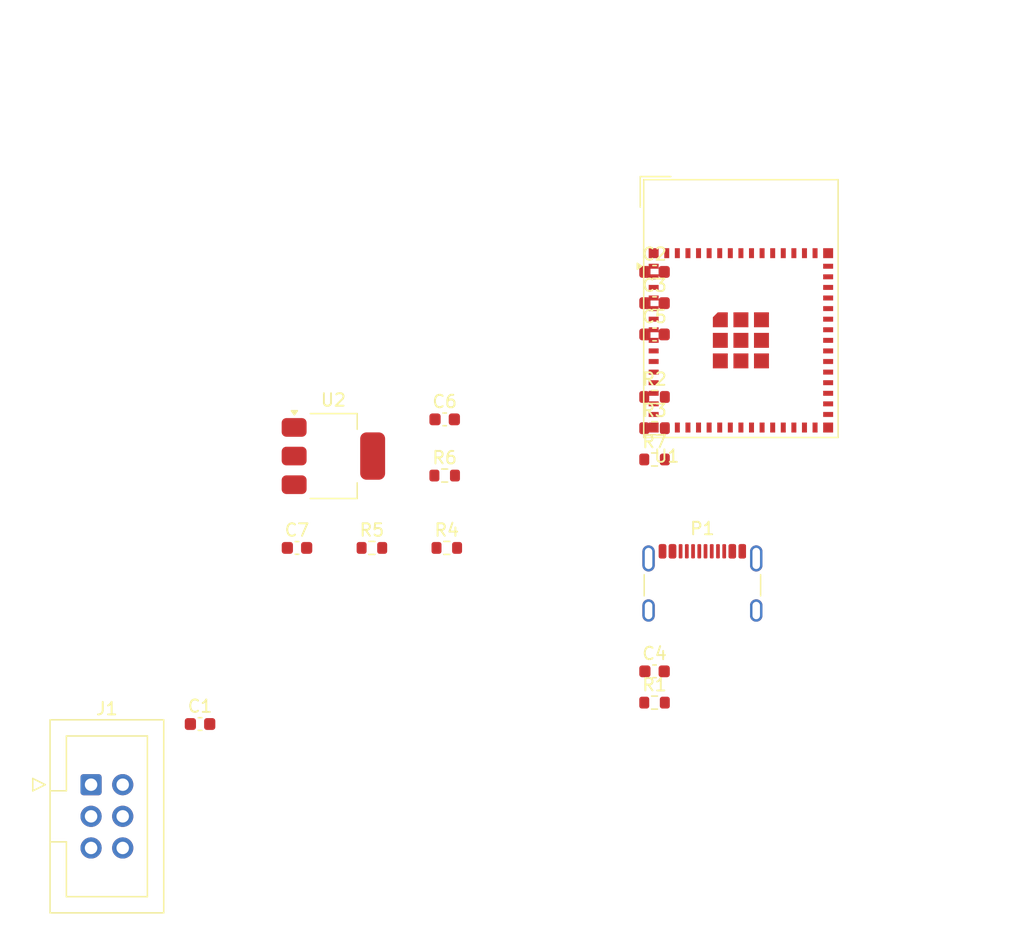
<source format=kicad_pcb>
(kicad_pcb (version 20240108) (generator "pcbnew") (generator_version "8.0")
  (layers (0 "F.Cu" signal) (31 "B.Cu" signal) (34 "B.Paste" user) (35 "F.Paste" user) (36 "B.SilkS" user "B.Silkscreen") (37 "F.SilkS" user "F.Silkscreen") (38 "B.Mask" user) (39 "F.Mask" user) (44 "Edge.Cuts" user))
  (net 0 "")
  (net 1 "GND")
  (net 2 "+3V3")
  (net 3 "+5V")
  (net 4 "Net-(P1-CC)")
  (net 5 "esp32s3mini1/HW_VER")
  (net 6 "5v_monitor")
  (net 7 "3v3_monitor")
  (net 8 "esp32s3mini1/IO0")
  (net 9 "esp32s3mini1/EN")
  (net 10 "esp32s3mini1/RX")
  (net 11 "D+")
  (net 12 "esp32s3mini1/TX")
  (net 13 "D-")
  (footprint "Resistor_SMD:R_0603_1608Metric" (layer "F.Cu") (at 152.785 78.05)
    (property "Reference" "R5" (at 0 -1.43 0) (layer "F.SilkS"))
    (property "Value" "1k")
    (fp_line (start -0.237258 -0.5225) (end 0.237258 -0.5225) (stroke (width 0.12)) (layer "F.SilkS"))
    (fp_line (start -0.237258 0.5225) (end 0.237258 0.5225) (stroke (width 0.12)) (layer "F.SilkS"))
    (pad "1" smd roundrect (at -0.825 0) (size 0.8 0.95) (layers "F.Cu" "F.Paste" "F.Mask") (net 6 "5v_monitor"))
    (pad "2" smd roundrect (at 0.825 0) (size 0.8 0.95) (layers "F.Cu" "F.Paste" "F.Mask") (net 1 "GND"))
  )
  (footprint "Capacitor_SMD:C_0603_1608Metric" (layer "F.Cu") (at 175.465 60.91)
    (property "Reference" "C5" (at 0 -1.43 0) (layer "F.SilkS"))
    (property "Value" "100nF")
    (fp_line (start -0.14058 -0.51) (end 0.14058 -0.51) (stroke (width 0.12)) (layer "F.SilkS"))
    (fp_line (start -0.14058 0.51) (end 0.14058 0.51) (stroke (width 0.12)) (layer "F.SilkS"))
    (pad "1" smd roundrect (at -0.775 0) (size 0.9 0.95) (layers "F.Cu" "F.Paste" "F.Mask") (net 7 "3v3_monitor"))
    (pad "2" smd roundrect (at 0.775 0) (size 0.9 0.95) (layers "F.Cu" "F.Paste" "F.Mask") (net 1 "GND"))
  )
  (footprint "Capacitor_SMD:C_0603_1608Metric" (layer "F.Cu") (at 158.625 67.73)
    (property "Reference" "C6" (at 0 -1.43 0) (layer "F.SilkS"))
    (property "Value" "100nF")
    (fp_line (start -0.14058 -0.51) (end 0.14058 -0.51) (stroke (width 0.12)) (layer "F.SilkS"))
    (fp_line (start -0.14058 0.51) (end 0.14058 0.51) (stroke (width 0.12)) (layer "F.SilkS"))
    (pad "1" smd roundrect (at -0.775 0) (size 0.9 0.95) (layers "F.Cu" "F.Paste" "F.Mask") (net 6 "5v_monitor"))
    (pad "2" smd roundrect (at 0.775 0) (size 0.9 0.95) (layers "F.Cu" "F.Paste" "F.Mask") (net 1 "GND"))
  )
  (footprint "Capacitor_SMD:C_0603_1608Metric" (layer "F.Cu") (at 175.465 87.96)
    (property "Reference" "C4" (at 0 -1.43 0) (layer "F.SilkS"))
    (property "Value" "10uF")
    (fp_line (start -0.14058 -0.51) (end 0.14058 -0.51) (stroke (width 0.12)) (layer "F.SilkS"))
    (fp_line (start -0.14058 0.51) (end 0.14058 0.51) (stroke (width 0.12)) (layer "F.SilkS"))
    (pad "1" smd roundrect (at -0.775 0) (size 0.9 0.95) (layers "F.Cu" "F.Paste" "F.Mask") (net 3 "+5V"))
    (pad "2" smd roundrect (at 0.775 0) (size 0.9 0.95) (layers "F.Cu" "F.Paste" "F.Mask") (net 1 "GND"))
  )
  (footprint "Connector_IDC:IDC-Header_2x03_P2.54mm_Vertical" (layer "F.Cu") (at 130.25 97.06)
    (property "Reference" "J1" (at 1.27 -6.1 0) (layer "F.SilkS"))
    (property "Value" "Conn_02x03_Odd_Even")
    (fp_line (start -4.68 -0.5) (end -4.68 0.5) (stroke (width 0.12)) (layer "F.SilkS"))
    (fp_line (start -4.68 0.5) (end -3.68 0) (stroke (width 0.12)) (layer "F.SilkS"))
    (fp_line (start -3.68 0) (end -4.68 -0.5) (stroke (width 0.12)) (layer "F.SilkS"))
    (fp_line (start -3.29 -5.21) (end 5.83 -5.21) (stroke (width 0.12)) (layer "F.SilkS"))
    (fp_line (start -3.29 0.49) (end -1.98 0.49) (stroke (width 0.12)) (layer "F.SilkS"))
    (fp_line (start -3.29 10.29) (end -3.29 -5.21) (stroke (width 0.12)) (layer "F.SilkS"))
    (fp_line (start -1.98 -3.91) (end 4.52 -3.91) (stroke (width 0.12)) (layer "F.SilkS"))
    (fp_line (start -1.98 0.49) (end -1.98 -3.91) (stroke (width 0.12)) (layer "F.SilkS"))
    (fp_line (start -1.98 4.59) (end -3.29 4.59) (stroke (width 0.12)) (layer "F.SilkS"))
    (fp_line (start -1.98 4.59) (end -1.98 4.59) (stroke (width 0.12)) (layer "F.SilkS"))
    (fp_line (start -1.98 8.99) (end -1.98 4.59) (stroke (width 0.12)) (layer "F.SilkS"))
    (fp_line (start 4.52 -3.91) (end 4.52 8.99) (stroke (width 0.12)) (layer "F.SilkS"))
    (fp_line (start 4.52 8.99) (end -1.98 8.99) (stroke (width 0.12)) (layer "F.SilkS"))
    (fp_line (start 5.83 -5.21) (end 5.83 10.29) (stroke (width 0.12)) (layer "F.SilkS"))
    (fp_line (start 5.83 10.29) (end -3.29 10.29) (stroke (width 0.12)) (layer "F.SilkS"))
    (pad "1" thru_hole roundrect (at 0 0) (size 1.7 1.7) (drill 1) (layers "*.Cu" "*.Mask") (roundrect_rratio 0.147059) (net 9 "esp32s3mini1/EN"))
    (pad "2" thru_hole circle (at 2.54 0) (size 1.7 1.7) (drill 1) (layers "*.Cu" "*.Mask") (net 2 "+3V3"))
    (pad "3" thru_hole circle (at 0 2.54) (size 1.7 1.7) (drill 1) (layers "*.Cu" "*.Mask") (net 12 "esp32s3mini1/TX"))
    (pad "4" thru_hole circle (at 2.54 2.54) (size 1.7 1.7) (drill 1) (layers "*.Cu" "*.Mask") (net 1 "GND"))
    (pad "5" thru_hole circle (at 0 5.08) (size 1.7 1.7) (drill 1) (layers "*.Cu" "*.Mask") (net 10 "esp32s3mini1/RX"))
    (pad "6" thru_hole circle (at 2.54 5.08) (size 1.7 1.7) (drill 1) (layers "*.Cu" "*.Mask") (net 8 "esp32s3mini1/IO0"))
  )
  (footprint "Connector_USB:USB_C_Receptacle_GCT_USB4105-xx-A_16P_TopMnt_Horizontal" (layer "F.Cu") (at 179.305 82)
    (property "Reference" "P1" (at 0 -5.5 0) (layer "F.SilkS"))
    (property "Value" "USB_C_Plug_USB2.0")
    (fp_line (start -4.67 -0.1) (end -4.67 -1.8) (stroke (width 0.12)) (layer "F.SilkS"))
    (fp_line (start 4.67 -0.1) (end 4.67 -1.8) (stroke (width 0.12)) (layer "F.SilkS"))
    (pad "" np_thru_hole circle (at -2.89 -2.605) (size 0.65 0.65) (drill 0.65) (layers "F&B.Cu" "*.Mask"))
    (pad "" np_thru_hole circle (at 2.89 -2.605) (size 0.65 0.65) (drill 0.65) (layers "F&B.Cu" "*.Mask"))
    (pad "A1" smd roundrect (at -3.2 -3.68) (size 0.6 1.15) (layers "F.Cu" "F.Paste" "F.Mask") (net 1 "GND"))
    (pad "A4" smd roundrect (at -2.4 -3.68) (size 0.6 1.15) (layers "F.Cu" "F.Paste" "F.Mask") (net 3 "+5V"))
    (pad "A5" smd roundrect (at -1.25 -3.68) (size 0.3 1.15) (layers "F.Cu" "F.Paste" "F.Mask") (net 4 "Net-(P1-CC)"))
    (pad "A6" smd roundrect (at -0.25 -3.68) (size 0.3 1.15) (layers "F.Cu" "F.Paste" "F.Mask") (net 11 "D+"))
    (pad "A7" smd roundrect (at 0.25 -3.68) (size 0.3 1.15) (layers "F.Cu" "F.Paste" "F.Mask") (net 13 "D-"))
    (pad "A8" smd roundrect (at 1.25 -3.68) (size 0.3 1.15) (layers "F.Cu" "F.Paste" "F.Mask"))
    (pad "A9" smd roundrect (at 2.4 -3.68) (size 0.6 1.15) (layers "F.Cu" "F.Paste" "F.Mask") (net 3 "+5V"))
    (pad "A12" smd roundrect (at 3.2 -3.68) (size 0.6 1.15) (layers "F.Cu" "F.Paste" "F.Mask") (net 1 "GND"))
    (pad "B1" smd roundrect (at 3.2 -3.68) (size 0.6 1.15) (layers "F.Cu" "F.Paste" "F.Mask") (net 1 "GND"))
    (pad "B4" smd roundrect (at 2.4 -3.68) (size 0.6 1.15) (layers "F.Cu" "F.Paste" "F.Mask") (net 3 "+5V"))
    (pad "B5" smd roundrect (at 1.75 -3.68) (size 0.3 1.15) (layers "F.Cu" "F.Paste" "F.Mask"))
    (pad "B6" smd roundrect (at 0.75 -3.68) (size 0.3 1.15) (layers "F.Cu" "F.Paste" "F.Mask"))
    (pad "B7" smd roundrect (at -0.75 -3.68) (size 0.3 1.15) (layers "F.Cu" "F.Paste" "F.Mask"))
    (pad "B8" smd roundrect (at -1.75 -3.68) (size 0.3 1.15) (layers "F.Cu" "F.Paste" "F.Mask"))
    (pad "B9" smd roundrect (at -2.4 -3.68) (size 0.6 1.15) (layers "F.Cu" "F.Paste" "F.Mask") (net 3 "+5V"))
    (pad "B12" smd roundrect (at -3.2 -3.68) (size 0.6 1.15) (layers "F.Cu" "F.Paste" "F.Mask") (net 1 "GND"))
    (pad "S1" thru_hole oval (at -4.32 -3.105) (size 1 2.1) (drill oval 0.6 1.7) (layers "*.Cu" "*.Mask" "F.Paste") (net 1 "GND"))
    (pad "S1" thru_hole oval (at -4.32 1.075) (size 1 1.8) (drill oval 0.6 1.4) (layers "*.Cu" "*.Mask" "F.Paste") (net 1 "GND"))
    (pad "S1" thru_hole oval (at 4.32 -3.105) (size 1 2.1) (drill oval 0.6 1.7) (layers "*.Cu" "*.Mask" "F.Paste") (net 1 "GND"))
    (pad "S1" thru_hole oval (at 4.32 1.075) (size 1 1.8) (drill oval 0.6 1.4) (layers "*.Cu" "*.Mask" "F.Paste") (net 1 "GND"))
  )
  (footprint "Resistor_SMD:R_0603_1608Metric" (layer "F.Cu") (at 175.465 68.44)
    (property "Reference" "R3" (at 0 -1.43 0) (layer "F.SilkS"))
    (property "Value" "2k")
    (fp_line (start -0.237258 -0.5225) (end 0.237258 -0.5225) (stroke (width 0.12)) (layer "F.SilkS"))
    (fp_line (start -0.237258 0.5225) (end 0.237258 0.5225) (stroke (width 0.12)) (layer "F.SilkS"))
    (pad "1" smd roundrect (at -0.825 0) (size 0.8 0.95) (layers "F.Cu" "F.Paste" "F.Mask") (net 3 "+5V"))
    (pad "2" smd roundrect (at 0.825 0) (size 0.8 0.95) (layers "F.Cu" "F.Paste" "F.Mask") (net 6 "5v_monitor"))
  )
  (footprint "Resistor_SMD:R_0603_1608Metric" (layer "F.Cu") (at 158.795 78.05)
    (property "Reference" "R4" (at 0 -1.43 0) (layer "F.SilkS"))
    (property "Value" "1k")
    (fp_line (start -0.237258 -0.5225) (end 0.237258 -0.5225) (stroke (width 0.12)) (layer "F.SilkS"))
    (fp_line (start -0.237258 0.5225) (end 0.237258 0.5225) (stroke (width 0.12)) (layer "F.SilkS"))
    (pad "1" smd roundrect (at -0.825 0) (size 0.8 0.95) (layers "F.Cu" "F.Paste" "F.Mask") (net 7 "3v3_monitor"))
    (pad "2" smd roundrect (at 0.825 0) (size 0.8 0.95) (layers "F.Cu" "F.Paste" "F.Mask") (net 1 "GND"))
  )
  (footprint "Resistor_SMD:R_0603_1608Metric" (layer "F.Cu") (at 175.465 70.95)
    (property "Reference" "R7" (at 0 -1.43 0) (layer "F.SilkS"))
    (property "Value" "5.1K")
    (fp_line (start -0.237258 -0.5225) (end 0.237258 -0.5225) (stroke (width 0.12)) (layer "F.SilkS"))
    (fp_line (start -0.237258 0.5225) (end 0.237258 0.5225) (stroke (width 0.12)) (layer "F.SilkS"))
    (pad "1" smd roundrect (at -0.825 0) (size 0.8 0.95) (layers "F.Cu" "F.Paste" "F.Mask") (net 4 "Net-(P1-CC)"))
    (pad "2" smd roundrect (at 0.825 0) (size 0.8 0.95) (layers "F.Cu" "F.Paste" "F.Mask") (net 1 "GND"))
  )
  (footprint "Package_TO_SOT_SMD:SOT-223-3_TabPin2" (layer "F.Cu") (at 149.695 70.675)
    (property "Reference" "U2" (at 0 -4.5 0) (layer "F.SilkS"))
    (property "Value" "NCP1117-3.3_SOT223")
    (fp_line (start -1.85 -3.41) (end 1.91 -3.41) (stroke (width 0.12)) (layer "F.SilkS"))
    (fp_line (start -1.85 3.41) (end 1.91 3.41) (stroke (width 0.12)) (layer "F.SilkS"))
    (fp_line (start 1.91 -3.41) (end 1.91 -2.15) (stroke (width 0.12)) (layer "F.SilkS"))
    (fp_line (start 1.91 3.41) (end 1.91 2.15) (stroke (width 0.12)) (layer "F.SilkS"))
    (fp_poly (pts (xy -3.13 -3.31) (xy -3.37 -3.64) (xy -2.89 -3.64) (xy -3.13 -3.31)) (stroke (width 0.12)) (fill solid) (layer "F.SilkS"))
    (pad "1" smd roundrect (at -3.15 -2.3) (size 2 1.5) (layers "F.Cu" "F.Paste" "F.Mask") (net 1 "GND"))
    (pad "2" smd roundrect (at -3.15 0) (size 2 1.5) (layers "F.Cu" "F.Paste" "F.Mask") (net 2 "+3V3"))
    (pad "2" smd roundrect (at 3.15 0) (size 2 3.8) (layers "F.Cu" "F.Paste" "F.Mask") (net 2 "+3V3"))
    (pad "3" smd roundrect (at -3.15 2.3) (size 2 1.5) (layers "F.Cu" "F.Paste" "F.Mask") (net 3 "+5V"))
  )
  (footprint "Capacitor_SMD:C_0603_1608Metric" (layer "F.Cu") (at 146.775 78.05)
    (property "Reference" "C7" (at 0 -1.43 0) (layer "F.SilkS"))
    (property "Value" "10uF")
    (fp_line (start -0.14058 -0.51) (end 0.14058 -0.51) (stroke (width 0.12)) (layer "F.SilkS"))
    (fp_line (start -0.14058 0.51) (end 0.14058 0.51) (stroke (width 0.12)) (layer "F.SilkS"))
    (pad "1" smd roundrect (at -0.775 0) (size 0.9 0.95) (layers "F.Cu" "F.Paste" "F.Mask") (net 3 "+5V"))
    (pad "2" smd roundrect (at 0.775 0) (size 0.9 0.95) (layers "F.Cu" "F.Paste" "F.Mask") (net 1 "GND"))
  )
  (footprint "Capacitor_SMD:C_0603_1608Metric" (layer "F.Cu") (at 175.465 58.4)
    (property "Reference" "C3" (at 0 -1.43 0) (layer "F.SilkS"))
    (property "Value" "10uF")
    (fp_line (start -0.14058 -0.51) (end 0.14058 -0.51) (stroke (width 0.12)) (layer "F.SilkS"))
    (fp_line (start -0.14058 0.51) (end 0.14058 0.51) (stroke (width 0.12)) (layer "F.SilkS"))
    (pad "1" smd roundrect (at -0.775 0) (size 0.9 0.95) (layers "F.Cu" "F.Paste" "F.Mask") (net 2 "+3V3"))
    (pad "2" smd roundrect (at 0.775 0) (size 0.9 0.95) (layers "F.Cu" "F.Paste" "F.Mask") (net 1 "GND"))
  )
  (footprint "Resistor_SMD:R_0603_1608Metric" (layer "F.Cu") (at 175.465 90.47)
    (property "Reference" "R1" (at 0 -1.43 0) (layer "F.SilkS"))
    (property "Value" "1k")
    (fp_line (start -0.237258 -0.5225) (end 0.237258 -0.5225) (stroke (width 0.12)) (layer "F.SilkS"))
    (fp_line (start -0.237258 0.5225) (end 0.237258 0.5225) (stroke (width 0.12)) (layer "F.SilkS"))
    (pad "1" smd roundrect (at -0.825 0) (size 0.8 0.95) (layers "F.Cu" "F.Paste" "F.Mask") (net 5 "esp32s3mini1/HW_VER"))
    (pad "2" smd roundrect (at 0.825 0) (size 0.8 0.95) (layers "F.Cu" "F.Paste" "F.Mask") (net 1 "GND"))
  )
  (footprint "Resistor_SMD:R_0603_1608Metric" (layer "F.Cu") (at 158.625 72.24)
    (property "Reference" "R6" (at 0 -1.43 0) (layer "F.SilkS"))
    (property "Value" "2k")
    (fp_line (start -0.237258 -0.5225) (end 0.237258 -0.5225) (stroke (width 0.12)) (layer "F.SilkS"))
    (fp_line (start -0.237258 0.5225) (end 0.237258 0.5225) (stroke (width 0.12)) (layer "F.SilkS"))
    (pad "1" smd roundrect (at -0.825 0) (size 0.8 0.95) (layers "F.Cu" "F.Paste" "F.Mask") (net 2 "+3V3"))
    (pad "2" smd roundrect (at 0.825 0) (size 0.8 0.95) (layers "F.Cu" "F.Paste" "F.Mask") (net 7 "3v3_monitor"))
  )
  (footprint "RF_Module:ESP32-S2-MINI-1" (layer "F.Cu") (at 182.395 58.835)
    (property "Reference" "U1" (at -5.95 11.85 0) (layer "F.SilkS"))
    (property "Value" "ESP32-S3-MINI-1")
    (fp_line (start -8.075 -10.6) (end -8.075 -8.15) (stroke (width 0.12)) (layer "F.SilkS"))
    (fp_line (start -8.075 -10.6) (end -5.625 -10.6) (stroke (width 0.12)) (layer "F.SilkS"))
    (fp_line (start -7.8 -10.35) (end 7.8 -10.35) (stroke (width 0.12)) (layer "F.SilkS"))
    (fp_line (start -7.8 10.35) (end -7.8 -10.35) (stroke (width 0.12)) (layer "F.SilkS"))
    (fp_line (start 7.8 -10.35) (end 7.8 10.35) (stroke (width 0.12)) (layer "F.SilkS"))
    (fp_line (start 7.8 10.35) (end -7.8 10.35) (stroke (width 0.12)) (layer "F.SilkS"))
    (fp_poly (pts (xy -7.975 -3.4) (xy -8.311 -3.16) (xy -8.311 -3.64) (xy -7.975 -3.4)) (stroke (width 0.12)) (fill solid) (layer "F.SilkS"))
    (pad "1" smd rect (at -7 -3.4) (size 0.8 0.4) (layers "F.Cu" "F.Paste" "F.Mask") (net 1 "GND"))
    (pad "2" smd rect (at -7 -2.55) (size 0.8 0.4) (layers "F.Cu" "F.Paste" "F.Mask") (net 1 "GND"))
    (pad "3" smd rect (at -7 -1.7) (size 0.8 0.4) (layers "F.Cu" "F.Paste" "F.Mask") (net 2 "+3V3"))
    (pad "4" smd rect (at -7 -0.85) (size 0.8 0.4) (layers "F.Cu" "F.Paste" "F.Mask") (net 8 "esp32s3mini1/IO0"))
    (pad "5" smd rect (at -7 0) (size 0.8 0.4) (layers "F.Cu" "F.Paste" "F.Mask") (net 5 "esp32s3mini1/HW_VER"))
    (pad "6" smd rect (at -7 0.85) (size 0.8 0.4) (layers "F.Cu" "F.Paste" "F.Mask") (net 7 "3v3_monitor"))
    (pad "7" smd rect (at -7 1.7) (size 0.8 0.4) (layers "F.Cu" "F.Paste" "F.Mask") (net 6 "5v_monitor"))
    (pad "8" smd rect (at -7 2.55) (size 0.8 0.4) (layers "F.Cu" "F.Paste" "F.Mask"))
    (pad "9" smd rect (at -7 3.4) (size 0.8 0.4) (layers "F.Cu" "F.Paste" "F.Mask"))
    (pad "10" smd rect (at -7 4.25) (size 0.8 0.4) (layers "F.Cu" "F.Paste" "F.Mask"))
    (pad "11" smd rect (at -7 5.1) (size 0.8 0.4) (layers "F.Cu" "F.Paste" "F.Mask"))
    (pad "12" smd rect (at -7 5.95) (size 0.8 0.4) (layers "F.Cu" "F.Paste" "F.Mask"))
    (pad "13" smd rect (at -7 6.8) (size 0.8 0.4) (layers "F.Cu" "F.Paste" "F.Mask"))
    (pad "14" smd rect (at -7 7.65) (size 0.8 0.4) (layers "F.Cu" "F.Paste" "F.Mask"))
    (pad "15" smd rect (at -7 8.5) (size 0.8 0.4) (layers "F.Cu" "F.Paste" "F.Mask"))
    (pad "16" smd rect (at -5.95 9.55 90) (size 0.8 0.4) (layers "F.Cu" "F.Paste" "F.Mask"))
    (pad "17" smd rect (at -5.1 9.55 90) (size 0.8 0.4) (layers "F.Cu" "F.Paste" "F.Mask"))
    (pad "18" smd rect (at -4.25 9.55 90) (size 0.8 0.4) (layers "F.Cu" "F.Paste" "F.Mask"))
    (pad "19" smd rect (at -3.4 9.55 90) (size 0.8 0.4) (layers "F.Cu" "F.Paste" "F.Mask"))
    (pad "20" smd rect (at -2.55 9.55 90) (size 0.8 0.4) (layers "F.Cu" "F.Paste" "F.Mask"))
    (pad "21" smd rect (at -1.7 9.55 90) (size 0.8 0.4) (layers "F.Cu" "F.Paste" "F.Mask"))
    (pad "22" smd rect (at -0.85 9.55 90) (size 0.8 0.4) (layers "F.Cu" "F.Paste" "F.Mask"))
    (pad "23" smd rect (at 0 9.55 90) (size 0.8 0.4) (layers "F.Cu" "F.Paste" "F.Mask") (net 13 "D-"))
    (pad "24" smd rect (at 0.85 9.55 90) (size 0.8 0.4) (layers "F.Cu" "F.Paste" "F.Mask") (net 11 "D+"))
    (pad "25" smd rect (at 1.7 9.55 90) (size 0.8 0.4) (layers "F.Cu" "F.Paste" "F.Mask"))
    (pad "26" smd rect (at 2.55 9.55 90) (size 0.8 0.4) (layers "F.Cu" "F.Paste" "F.Mask"))
    (pad "27" smd rect (at 3.4 9.55 90) (size 0.8 0.4) (layers "F.Cu" "F.Paste" "F.Mask"))
    (pad "28" smd rect (at 4.25 9.55 90) (size 0.8 0.4) (layers "F.Cu" "F.Paste" "F.Mask"))
    (pad "29" smd rect (at 5.1 9.55 90) (size 0.8 0.4) (layers "F.Cu" "F.Paste" "F.Mask"))
    (pad "30" smd rect (at 5.95 9.55 90) (size 0.8 0.4) (layers "F.Cu" "F.Paste" "F.Mask"))
    (pad "31" smd rect (at 7 8.5) (size 0.8 0.4) (layers "F.Cu" "F.Paste" "F.Mask"))
    (pad "32" smd rect (at 7 7.65) (size 0.8 0.4) (layers "F.Cu" "F.Paste" "F.Mask"))
    (pad "33" smd rect (at 7 6.8) (size 0.8 0.4) (layers "F.Cu" "F.Paste" "F.Mask"))
    (pad "34" smd rect (at 7 5.95) (size 0.8 0.4) (layers "F.Cu" "F.Paste" "F.Mask"))
    (pad "35" smd rect (at 7 5.1) (size 0.8 0.4) (layers "F.Cu" "F.Paste" "F.Mask"))
    (pad "36" smd rect (at 7 4.25) (size 0.8 0.4) (layers "F.Cu" "F.Paste" "F.Mask"))
    (pad "37" smd rect (at 7 3.4) (size 0.8 0.4) (layers "F.Cu" "F.Paste" "F.Mask"))
    (pad "38" smd rect (at 7 2.55) (size 0.8 0.4) (layers "F.Cu" "F.Paste" "F.Mask"))
    (pad "39" smd rect (at 7 1.7) (size 0.8 0.4) (layers "F.Cu" "F.Paste" "F.Mask") (net 12 "esp32s3mini1/TX"))
    (pad "40" smd rect (at 7 0.85) (size 0.8 0.4) (layers "F.Cu" "F.Paste" "F.Mask") (net 10 "esp32s3mini1/RX"))
    (pad "41" smd rect (at 7 0) (size 0.8 0.4) (layers "F.Cu" "F.Paste" "F.Mask"))
    (pad "42" smd rect (at 7 -0.85) (size 0.8 0.4) (layers "F.Cu" "F.Paste" "F.Mask") (net 1 "GND"))
    (pad "43" smd rect (at 7 -1.7) (size 0.8 0.4) (layers "F.Cu" "F.Paste" "F.Mask") (net 1 "GND"))
    (pad "44" smd rect (at 7 -2.55) (size 0.8 0.4) (layers "F.Cu" "F.Paste" "F.Mask"))
    (pad "45" smd rect (at 7 -3.4) (size 0.8 0.4) (layers "F.Cu" "F.Paste" "F.Mask") (net 9 "esp32s3mini1/EN"))
    (pad "46" smd rect (at 5.95 -4.45 90) (size 0.8 0.4) (layers "F.Cu" "F.Paste" "F.Mask") (net 1 "GND"))
    (pad "47" smd rect (at 5.1 -4.45 90) (size 0.8 0.4) (layers "F.Cu" "F.Paste" "F.Mask") (net 1 "GND"))
    (pad "48" smd rect (at 4.25 -4.45 90) (size 0.8 0.4) (layers "F.Cu" "F.Paste" "F.Mask") (net 1 "GND"))
    (pad "49" smd rect (at 3.4 -4.45 90) (size 0.8 0.4) (layers "F.Cu" "F.Paste" "F.Mask") (net 1 "GND"))
    (pad "50" smd rect (at 2.55 -4.45 90) (size 0.8 0.4) (layers "F.Cu" "F.Paste" "F.Mask") (net 1 "GND"))
    (pad "51" smd rect (at 1.7 -4.45 90) (size 0.8 0.4) (layers "F.Cu" "F.Paste" "F.Mask") (net 1 "GND"))
    (pad "52" smd rect (at 0.85 -4.45 90) (size 0.8 0.4) (layers "F.Cu" "F.Paste" "F.Mask") (net 1 "GND"))
    (pad "53" smd rect (at 0 -4.45 90) (size 0.8 0.4) (layers "F.Cu" "F.Paste" "F.Mask") (net 1 "GND"))
    (pad "54" smd rect (at -0.85 -4.45 90) (size 0.8 0.4) (layers "F.Cu" "F.Paste" "F.Mask") (net 1 "GND"))
    (pad "55" smd rect (at -1.7 -4.45 90) (size 0.8 0.4) (layers "F.Cu" "F.Paste" "F.Mask") (net 1 "GND"))
    (pad "56" smd rect (at -2.55 -4.45 90) (size 0.8 0.4) (layers "F.Cu" "F.Paste" "F.Mask") (net 1 "GND"))
    (pad "57" smd rect (at -3.4 -4.45 90) (size 0.8 0.4) (layers "F.Cu" "F.Paste" "F.Mask") (net 1 "GND"))
    (pad "58" smd rect (at -4.25 -4.45 90) (size 0.8 0.4) (layers "F.Cu" "F.Paste" "F.Mask") (net 1 "GND"))
    (pad "59" smd rect (at -5.1 -4.45 90) (size 0.8 0.4) (layers "F.Cu" "F.Paste" "F.Mask") (net 1 "GND"))
    (pad "60" smd rect (at -5.95 -4.45 90) (size 0.8 0.4) (layers "F.Cu" "F.Paste" "F.Mask") (net 1 "GND"))
    (pad "61" smd roundrect (at -1.65 0.9) (size 1.2 1.2) (layers "F.Cu" "F.Paste" "F.Mask") (roundrect_rratio 0) (chamfer_ratio 0.33) (chamfer top_left) (net 1 "GND"))
    (pad "61" smd rect (at -1.65 2.55) (size 1.2 1.2) (layers "F.Cu" "F.Paste" "F.Mask") (net 1 "GND"))
    (pad "61" smd rect (at -1.65 4.2) (size 1.2 1.2) (layers "F.Cu" "F.Paste" "F.Mask") (net 1 "GND"))
    (pad "61" smd rect (at 0 0.9) (size 1.2 1.2) (layers "F.Cu" "F.Paste" "F.Mask") (net 1 "GND"))
    (pad "61" smd rect (at 0 2.55) (size 1.2 1.2) (layers "F.Cu" "F.Paste" "F.Mask") (net 1 "GND"))
    (pad "61" smd rect (at 0 4.2) (size 1.2 1.2) (layers "F.Cu" "F.Paste" "F.Mask") (net 1 "GND"))
    (pad "61" smd rect (at 1.65 0.9) (size 1.2 1.2) (layers "F.Cu" "F.Paste" "F.Mask") (net 1 "GND"))
    (pad "61" smd rect (at 1.65 2.55) (size 1.2 1.2) (layers "F.Cu" "F.Paste" "F.Mask") (net 1 "GND"))
    (pad "61" smd rect (at 1.65 4.2) (size 1.2 1.2) (layers "F.Cu" "F.Paste" "F.Mask") (net 1 "GND"))
    (pad "62" smd rect (at -7 -4.45) (size 0.8 0.8) (layers "F.Cu" "F.Paste" "F.Mask") (net 1 "GND"))
    (pad "63" smd rect (at -7 9.55) (size 0.8 0.8) (layers "F.Cu" "F.Paste" "F.Mask") (net 1 "GND"))
    (pad "64" smd rect (at 7 9.55) (size 0.8 0.8) (layers "F.Cu" "F.Paste" "F.Mask") (net 1 "GND"))
    (pad "65" smd rect (at 7 -4.45) (size 0.8 0.8) (layers "F.Cu" "F.Paste" "F.Mask") (net 1 "GND"))
  )
  (footprint "Resistor_SMD:R_0603_1608Metric" (layer "F.Cu") (at 175.465 65.93)
    (property "Reference" "R2" (at 0 -1.43 0) (layer "F.SilkS"))
    (property "Value" "2k")
    (fp_line (start -0.237258 -0.5225) (end 0.237258 -0.5225) (stroke (width 0.12)) (layer "F.SilkS"))
    (fp_line (start -0.237258 0.5225) (end 0.237258 0.5225) (stroke (width 0.12)) (layer "F.SilkS"))
    (pad "1" smd roundrect (at -0.825 0) (size 0.8 0.95) (layers "F.Cu" "F.Paste" "F.Mask") (net 2 "+3V3"))
    (pad "2" smd roundrect (at 0.825 0) (size 0.8 0.95) (layers "F.Cu" "F.Paste" "F.Mask") (net 5 "esp32s3mini1/HW_VER"))
  )
  (footprint "Capacitor_SMD:C_0603_1608Metric" (layer "F.Cu") (at 175.465 55.89)
    (property "Reference" "C2" (at 0 -1.43 0) (layer "F.SilkS"))
    (property "Value" "10uF")
    (fp_line (start -0.14058 -0.51) (end 0.14058 -0.51) (stroke (width 0.12)) (layer "F.SilkS"))
    (fp_line (start -0.14058 0.51) (end 0.14058 0.51) (stroke (width 0.12)) (layer "F.SilkS"))
    (pad "1" smd roundrect (at -0.775 0) (size 0.9 0.95) (layers "F.Cu" "F.Paste" "F.Mask") (net 2 "+3V3"))
    (pad "2" smd roundrect (at 0.775 0) (size 0.9 0.95) (layers "F.Cu" "F.Paste" "F.Mask") (net 1 "GND"))
  )
  (footprint "Capacitor_SMD:C_0603_1608Metric" (layer "F.Cu") (at 138.995 92.19)
    (property "Reference" "C1" (at 0 -1.43 0) (layer "F.SilkS"))
    (property "Value" "100nF")
    (fp_line (start -0.14058 -0.51) (end 0.14058 -0.51) (stroke (width 0.12)) (layer "F.SilkS"))
    (fp_line (start -0.14058 0.51) (end 0.14058 0.51) (stroke (width 0.12)) (layer "F.SilkS"))
    (pad "1" smd roundrect (at -0.775 0) (size 0.9 0.95) (layers "F.Cu" "F.Paste" "F.Mask") (net 5 "esp32s3mini1/HW_VER"))
    (pad "2" smd roundrect (at 0.775 0) (size 0.9 0.95) (layers "F.Cu" "F.Paste" "F.Mask") (net 1 "GND"))
  )
)
</source>
